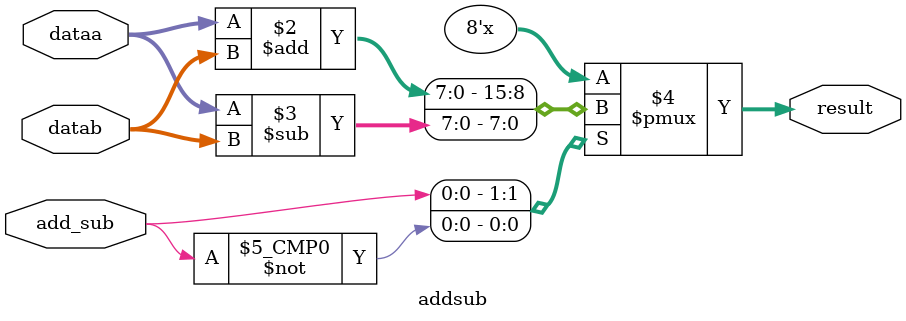
<source format=sv>
module addsub #(parameter dw=8)		 // dw = data width
(
  input        [dw-1:0] dataa,
  input        [dw-1:0] datab,
  input                 add_sub,	 // if this is 1, add; else subtract
  output logic [dw-1:0] result
);

// fill in guts  
// combinational logic, use blocking (=) assignment      
//add_sub       result
//1             dataa + datab;						
//0             dataa - datab;   

always_comb begin
	case({add_sub})
		1'b1:result = dataa+datab;	
		1'b0:result = dataa-datab;
	endcase
end
endmodule

</source>
